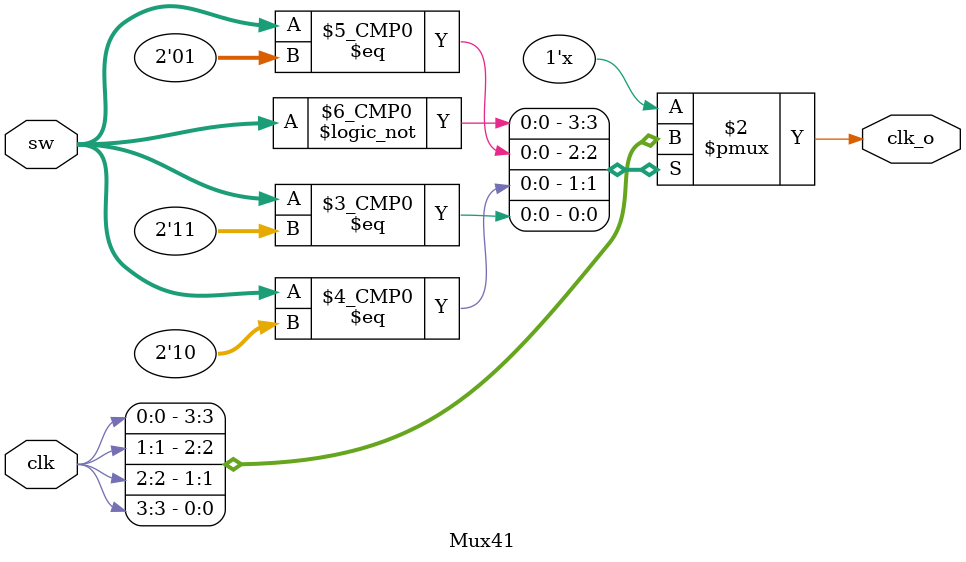
<source format=v>
`timescale 1ns / 1ps
module Mux41 
( input wire [3:0] clk,
 input wire [1:0] sw,
 output reg clk_o
 );
// signal declaration
// clk_o ;
always @(clk,sw)
case (sw)
0: clk_o = clk[0];
1: clk_o = clk[1];
2: clk_o = clk[2];
3: clk_o = clk[3];
endcase
endmodule

</source>
